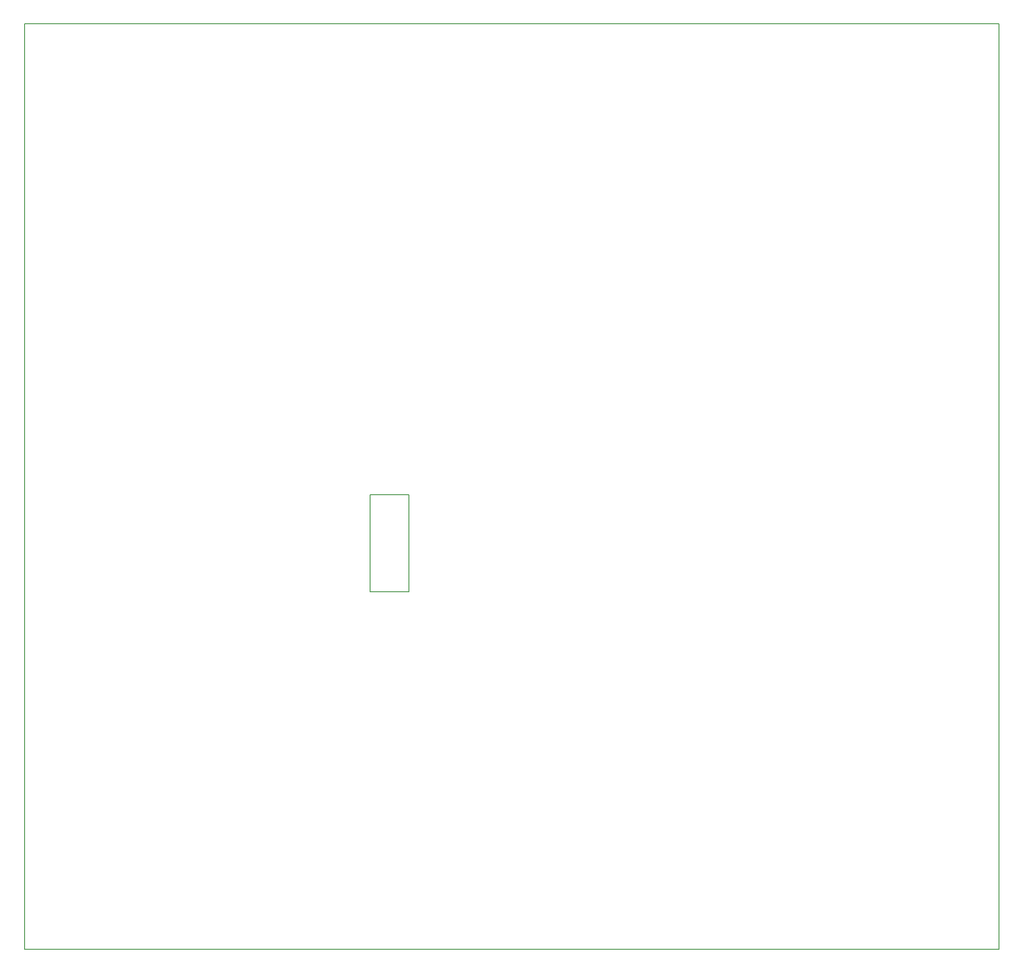
<source format=gbr>
G04 #@! TF.GenerationSoftware,KiCad,Pcbnew,5.0.1-33cea8e~68~ubuntu18.04.1*
G04 #@! TF.CreationDate,2018-11-17T13:41:40+01:00*
G04 #@! TF.ProjectId,G3,47332E6B696361645F70636200000000,rev?*
G04 #@! TF.SameCoordinates,Original*
G04 #@! TF.FileFunction,Profile,NP*
%FSLAX46Y46*%
G04 Gerber Fmt 4.6, Leading zero omitted, Abs format (unit mm)*
G04 Created by KiCad (PCBNEW 5.0.1-33cea8e~68~ubuntu18.04.1) date lör 17 nov 2018 13:41:40*
%MOMM*%
%LPD*%
G01*
G04 APERTURE LIST*
%ADD10C,0.150000*%
G04 APERTURE END LIST*
D10*
X85979000Y-124587000D02*
X85979000Y-105537000D01*
X93599000Y-124587000D02*
X85979000Y-124587000D01*
X93599000Y-105537000D02*
X93599000Y-124587000D01*
X85979000Y-105537000D02*
X93599000Y-105537000D01*
X209423000Y-194818000D02*
X209423000Y-188595000D01*
X18161000Y-194818000D02*
X209423000Y-194818000D01*
X209423000Y-13081000D02*
X209423000Y-188595000D01*
X18161000Y-13081000D02*
X209423000Y-13081000D01*
X18161000Y-194818000D02*
X18161000Y-13081000D01*
M02*

</source>
